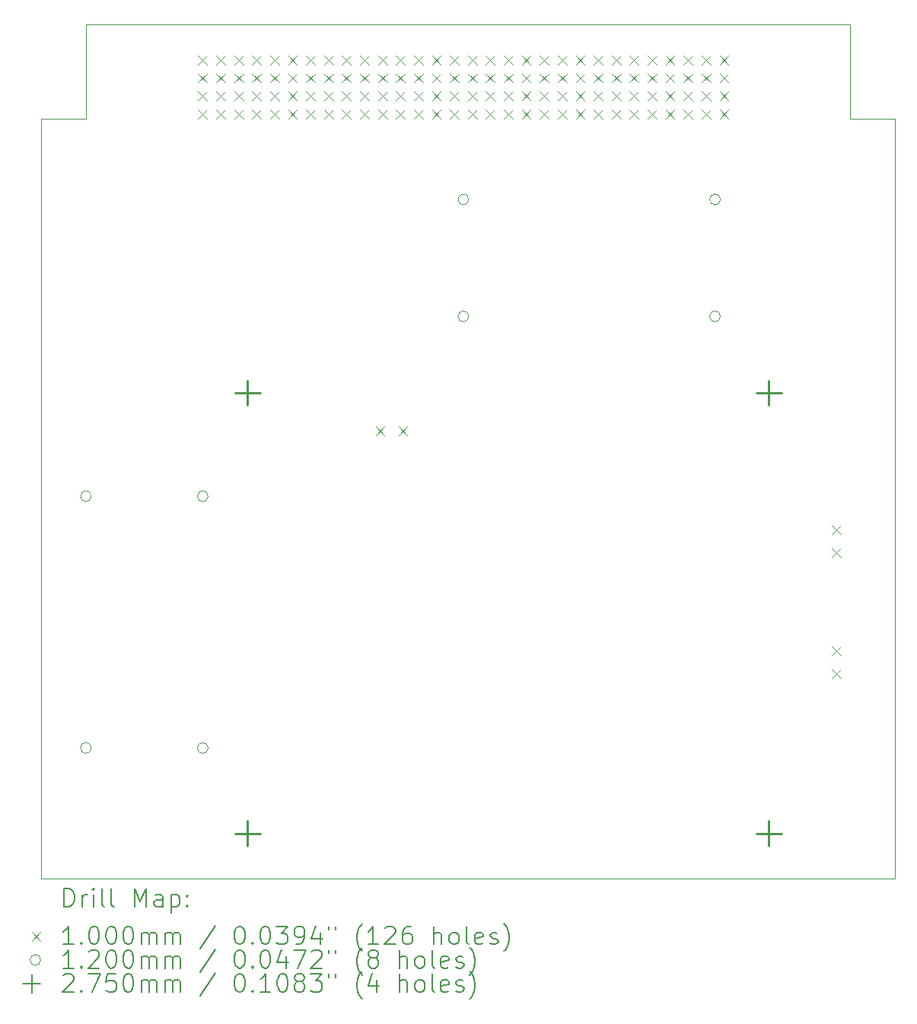
<source format=gbr>
%TF.GenerationSoftware,KiCad,Pcbnew,8.0.0*%
%TF.CreationDate,2025-01-17T03:21:50+02:00*%
%TF.ProjectId,diplomna_2024_solar_pcb_layout,6469706c-6f6d-46e6-915f-323032345f73,rev?*%
%TF.SameCoordinates,Original*%
%TF.FileFunction,Drillmap*%
%TF.FilePolarity,Positive*%
%FSLAX45Y45*%
G04 Gerber Fmt 4.5, Leading zero omitted, Abs format (unit mm)*
G04 Created by KiCad (PCBNEW 8.0.0) date 2025-01-17 03:21:50*
%MOMM*%
%LPD*%
G01*
G04 APERTURE LIST*
%ADD10C,0.050000*%
%ADD11C,0.200000*%
%ADD12C,0.100000*%
%ADD13C,0.120000*%
%ADD14C,0.275000*%
G04 APERTURE END LIST*
D10*
X27500000Y-15150000D02*
X18000000Y-15150000D01*
X18500000Y-6700000D02*
X18500000Y-5650000D01*
X18000000Y-15150000D02*
X18000000Y-6700000D01*
X18000000Y-6700000D02*
X18500000Y-6700000D01*
X18500000Y-5650000D02*
X27000000Y-5650000D01*
X27000000Y-5650000D02*
X27000000Y-6700000D01*
X27500000Y-6700000D02*
X27500000Y-15150000D01*
X27000000Y-6700000D02*
X27500000Y-6700000D01*
D11*
D12*
X19750000Y-6000000D02*
X19850000Y-6100000D01*
X19850000Y-6000000D02*
X19750000Y-6100000D01*
X19750000Y-6200000D02*
X19850000Y-6300000D01*
X19850000Y-6200000D02*
X19750000Y-6300000D01*
X19750000Y-6400000D02*
X19850000Y-6500000D01*
X19850000Y-6400000D02*
X19750000Y-6500000D01*
X19750000Y-6600000D02*
X19850000Y-6700000D01*
X19850000Y-6600000D02*
X19750000Y-6700000D01*
X19950000Y-6000000D02*
X20050000Y-6100000D01*
X20050000Y-6000000D02*
X19950000Y-6100000D01*
X19950000Y-6200000D02*
X20050000Y-6300000D01*
X20050000Y-6200000D02*
X19950000Y-6300000D01*
X19950000Y-6400000D02*
X20050000Y-6500000D01*
X20050000Y-6400000D02*
X19950000Y-6500000D01*
X19950000Y-6600000D02*
X20050000Y-6700000D01*
X20050000Y-6600000D02*
X19950000Y-6700000D01*
X20150000Y-6000000D02*
X20250000Y-6100000D01*
X20250000Y-6000000D02*
X20150000Y-6100000D01*
X20150000Y-6200000D02*
X20250000Y-6300000D01*
X20250000Y-6200000D02*
X20150000Y-6300000D01*
X20150000Y-6400000D02*
X20250000Y-6500000D01*
X20250000Y-6400000D02*
X20150000Y-6500000D01*
X20150000Y-6600000D02*
X20250000Y-6700000D01*
X20250000Y-6600000D02*
X20150000Y-6700000D01*
X20350000Y-6000000D02*
X20450000Y-6100000D01*
X20450000Y-6000000D02*
X20350000Y-6100000D01*
X20350000Y-6200000D02*
X20450000Y-6300000D01*
X20450000Y-6200000D02*
X20350000Y-6300000D01*
X20350000Y-6400000D02*
X20450000Y-6500000D01*
X20450000Y-6400000D02*
X20350000Y-6500000D01*
X20350000Y-6600000D02*
X20450000Y-6700000D01*
X20450000Y-6600000D02*
X20350000Y-6700000D01*
X20550000Y-6000000D02*
X20650000Y-6100000D01*
X20650000Y-6000000D02*
X20550000Y-6100000D01*
X20550000Y-6200000D02*
X20650000Y-6300000D01*
X20650000Y-6200000D02*
X20550000Y-6300000D01*
X20550000Y-6400000D02*
X20650000Y-6500000D01*
X20650000Y-6400000D02*
X20550000Y-6500000D01*
X20550000Y-6600000D02*
X20650000Y-6700000D01*
X20650000Y-6600000D02*
X20550000Y-6700000D01*
X20750000Y-6000000D02*
X20850000Y-6100000D01*
X20850000Y-6000000D02*
X20750000Y-6100000D01*
X20750000Y-6200000D02*
X20850000Y-6300000D01*
X20850000Y-6200000D02*
X20750000Y-6300000D01*
X20750000Y-6400000D02*
X20850000Y-6500000D01*
X20850000Y-6400000D02*
X20750000Y-6500000D01*
X20750000Y-6600000D02*
X20850000Y-6700000D01*
X20850000Y-6600000D02*
X20750000Y-6700000D01*
X20950000Y-6000000D02*
X21050000Y-6100000D01*
X21050000Y-6000000D02*
X20950000Y-6100000D01*
X20950000Y-6200000D02*
X21050000Y-6300000D01*
X21050000Y-6200000D02*
X20950000Y-6300000D01*
X20950000Y-6400000D02*
X21050000Y-6500000D01*
X21050000Y-6400000D02*
X20950000Y-6500000D01*
X20950000Y-6600000D02*
X21050000Y-6700000D01*
X21050000Y-6600000D02*
X20950000Y-6700000D01*
X21150000Y-6000000D02*
X21250000Y-6100000D01*
X21250000Y-6000000D02*
X21150000Y-6100000D01*
X21150000Y-6200000D02*
X21250000Y-6300000D01*
X21250000Y-6200000D02*
X21150000Y-6300000D01*
X21150000Y-6400000D02*
X21250000Y-6500000D01*
X21250000Y-6400000D02*
X21150000Y-6500000D01*
X21150000Y-6600000D02*
X21250000Y-6700000D01*
X21250000Y-6600000D02*
X21150000Y-6700000D01*
X21350000Y-6000000D02*
X21450000Y-6100000D01*
X21450000Y-6000000D02*
X21350000Y-6100000D01*
X21350000Y-6200000D02*
X21450000Y-6300000D01*
X21450000Y-6200000D02*
X21350000Y-6300000D01*
X21350000Y-6400000D02*
X21450000Y-6500000D01*
X21450000Y-6400000D02*
X21350000Y-6500000D01*
X21350000Y-6600000D02*
X21450000Y-6700000D01*
X21450000Y-6600000D02*
X21350000Y-6700000D01*
X21550000Y-6000000D02*
X21650000Y-6100000D01*
X21650000Y-6000000D02*
X21550000Y-6100000D01*
X21550000Y-6200000D02*
X21650000Y-6300000D01*
X21650000Y-6200000D02*
X21550000Y-6300000D01*
X21550000Y-6400000D02*
X21650000Y-6500000D01*
X21650000Y-6400000D02*
X21550000Y-6500000D01*
X21550000Y-6600000D02*
X21650000Y-6700000D01*
X21650000Y-6600000D02*
X21550000Y-6700000D01*
X21723500Y-10122500D02*
X21823500Y-10222500D01*
X21823500Y-10122500D02*
X21723500Y-10222500D01*
X21750000Y-6000000D02*
X21850000Y-6100000D01*
X21850000Y-6000000D02*
X21750000Y-6100000D01*
X21750000Y-6200000D02*
X21850000Y-6300000D01*
X21850000Y-6200000D02*
X21750000Y-6300000D01*
X21750000Y-6400000D02*
X21850000Y-6500000D01*
X21850000Y-6400000D02*
X21750000Y-6500000D01*
X21750000Y-6600000D02*
X21850000Y-6700000D01*
X21850000Y-6600000D02*
X21750000Y-6700000D01*
X21950000Y-6000000D02*
X22050000Y-6100000D01*
X22050000Y-6000000D02*
X21950000Y-6100000D01*
X21950000Y-6200000D02*
X22050000Y-6300000D01*
X22050000Y-6200000D02*
X21950000Y-6300000D01*
X21950000Y-6400000D02*
X22050000Y-6500000D01*
X22050000Y-6400000D02*
X21950000Y-6500000D01*
X21950000Y-6600000D02*
X22050000Y-6700000D01*
X22050000Y-6600000D02*
X21950000Y-6700000D01*
X21977500Y-10122500D02*
X22077500Y-10222500D01*
X22077500Y-10122500D02*
X21977500Y-10222500D01*
X22150000Y-6000000D02*
X22250000Y-6100000D01*
X22250000Y-6000000D02*
X22150000Y-6100000D01*
X22150000Y-6200000D02*
X22250000Y-6300000D01*
X22250000Y-6200000D02*
X22150000Y-6300000D01*
X22150000Y-6400000D02*
X22250000Y-6500000D01*
X22250000Y-6400000D02*
X22150000Y-6500000D01*
X22150000Y-6600000D02*
X22250000Y-6700000D01*
X22250000Y-6600000D02*
X22150000Y-6700000D01*
X22350000Y-6000000D02*
X22450000Y-6100000D01*
X22450000Y-6000000D02*
X22350000Y-6100000D01*
X22350000Y-6200000D02*
X22450000Y-6300000D01*
X22450000Y-6200000D02*
X22350000Y-6300000D01*
X22350000Y-6400000D02*
X22450000Y-6500000D01*
X22450000Y-6400000D02*
X22350000Y-6500000D01*
X22350000Y-6600000D02*
X22450000Y-6700000D01*
X22450000Y-6600000D02*
X22350000Y-6700000D01*
X22550000Y-6000000D02*
X22650000Y-6100000D01*
X22650000Y-6000000D02*
X22550000Y-6100000D01*
X22550000Y-6200000D02*
X22650000Y-6300000D01*
X22650000Y-6200000D02*
X22550000Y-6300000D01*
X22550000Y-6400000D02*
X22650000Y-6500000D01*
X22650000Y-6400000D02*
X22550000Y-6500000D01*
X22550000Y-6600000D02*
X22650000Y-6700000D01*
X22650000Y-6600000D02*
X22550000Y-6700000D01*
X22750000Y-6000000D02*
X22850000Y-6100000D01*
X22850000Y-6000000D02*
X22750000Y-6100000D01*
X22750000Y-6200000D02*
X22850000Y-6300000D01*
X22850000Y-6200000D02*
X22750000Y-6300000D01*
X22750000Y-6400000D02*
X22850000Y-6500000D01*
X22850000Y-6400000D02*
X22750000Y-6500000D01*
X22750000Y-6600000D02*
X22850000Y-6700000D01*
X22850000Y-6600000D02*
X22750000Y-6700000D01*
X22950000Y-6000000D02*
X23050000Y-6100000D01*
X23050000Y-6000000D02*
X22950000Y-6100000D01*
X22950000Y-6200000D02*
X23050000Y-6300000D01*
X23050000Y-6200000D02*
X22950000Y-6300000D01*
X22950000Y-6400000D02*
X23050000Y-6500000D01*
X23050000Y-6400000D02*
X22950000Y-6500000D01*
X22950000Y-6600000D02*
X23050000Y-6700000D01*
X23050000Y-6600000D02*
X22950000Y-6700000D01*
X23150000Y-6000000D02*
X23250000Y-6100000D01*
X23250000Y-6000000D02*
X23150000Y-6100000D01*
X23150000Y-6200000D02*
X23250000Y-6300000D01*
X23250000Y-6200000D02*
X23150000Y-6300000D01*
X23150000Y-6400000D02*
X23250000Y-6500000D01*
X23250000Y-6400000D02*
X23150000Y-6500000D01*
X23150000Y-6600000D02*
X23250000Y-6700000D01*
X23250000Y-6600000D02*
X23150000Y-6700000D01*
X23350000Y-6000000D02*
X23450000Y-6100000D01*
X23450000Y-6000000D02*
X23350000Y-6100000D01*
X23350000Y-6200000D02*
X23450000Y-6300000D01*
X23450000Y-6200000D02*
X23350000Y-6300000D01*
X23350000Y-6400000D02*
X23450000Y-6500000D01*
X23450000Y-6400000D02*
X23350000Y-6500000D01*
X23350000Y-6600000D02*
X23450000Y-6700000D01*
X23450000Y-6600000D02*
X23350000Y-6700000D01*
X23550000Y-6000000D02*
X23650000Y-6100000D01*
X23650000Y-6000000D02*
X23550000Y-6100000D01*
X23550000Y-6200000D02*
X23650000Y-6300000D01*
X23650000Y-6200000D02*
X23550000Y-6300000D01*
X23550000Y-6400000D02*
X23650000Y-6500000D01*
X23650000Y-6400000D02*
X23550000Y-6500000D01*
X23550000Y-6600000D02*
X23650000Y-6700000D01*
X23650000Y-6600000D02*
X23550000Y-6700000D01*
X23750000Y-6000000D02*
X23850000Y-6100000D01*
X23850000Y-6000000D02*
X23750000Y-6100000D01*
X23750000Y-6200000D02*
X23850000Y-6300000D01*
X23850000Y-6200000D02*
X23750000Y-6300000D01*
X23750000Y-6400000D02*
X23850000Y-6500000D01*
X23850000Y-6400000D02*
X23750000Y-6500000D01*
X23750000Y-6600000D02*
X23850000Y-6700000D01*
X23850000Y-6600000D02*
X23750000Y-6700000D01*
X23950000Y-6000000D02*
X24050000Y-6100000D01*
X24050000Y-6000000D02*
X23950000Y-6100000D01*
X23950000Y-6200000D02*
X24050000Y-6300000D01*
X24050000Y-6200000D02*
X23950000Y-6300000D01*
X23950000Y-6400000D02*
X24050000Y-6500000D01*
X24050000Y-6400000D02*
X23950000Y-6500000D01*
X23950000Y-6600000D02*
X24050000Y-6700000D01*
X24050000Y-6600000D02*
X23950000Y-6700000D01*
X24150000Y-6000000D02*
X24250000Y-6100000D01*
X24250000Y-6000000D02*
X24150000Y-6100000D01*
X24150000Y-6200000D02*
X24250000Y-6300000D01*
X24250000Y-6200000D02*
X24150000Y-6300000D01*
X24150000Y-6400000D02*
X24250000Y-6500000D01*
X24250000Y-6400000D02*
X24150000Y-6500000D01*
X24150000Y-6600000D02*
X24250000Y-6700000D01*
X24250000Y-6600000D02*
X24150000Y-6700000D01*
X24350000Y-6000000D02*
X24450000Y-6100000D01*
X24450000Y-6000000D02*
X24350000Y-6100000D01*
X24350000Y-6200000D02*
X24450000Y-6300000D01*
X24450000Y-6200000D02*
X24350000Y-6300000D01*
X24350000Y-6400000D02*
X24450000Y-6500000D01*
X24450000Y-6400000D02*
X24350000Y-6500000D01*
X24350000Y-6600000D02*
X24450000Y-6700000D01*
X24450000Y-6600000D02*
X24350000Y-6700000D01*
X24550000Y-6000000D02*
X24650000Y-6100000D01*
X24650000Y-6000000D02*
X24550000Y-6100000D01*
X24550000Y-6200000D02*
X24650000Y-6300000D01*
X24650000Y-6200000D02*
X24550000Y-6300000D01*
X24550000Y-6400000D02*
X24650000Y-6500000D01*
X24650000Y-6400000D02*
X24550000Y-6500000D01*
X24550000Y-6600000D02*
X24650000Y-6700000D01*
X24650000Y-6600000D02*
X24550000Y-6700000D01*
X24750000Y-6000000D02*
X24850000Y-6100000D01*
X24850000Y-6000000D02*
X24750000Y-6100000D01*
X24750000Y-6200000D02*
X24850000Y-6300000D01*
X24850000Y-6200000D02*
X24750000Y-6300000D01*
X24750000Y-6400000D02*
X24850000Y-6500000D01*
X24850000Y-6400000D02*
X24750000Y-6500000D01*
X24750000Y-6600000D02*
X24850000Y-6700000D01*
X24850000Y-6600000D02*
X24750000Y-6700000D01*
X24950000Y-6000000D02*
X25050000Y-6100000D01*
X25050000Y-6000000D02*
X24950000Y-6100000D01*
X24950000Y-6200000D02*
X25050000Y-6300000D01*
X25050000Y-6200000D02*
X24950000Y-6300000D01*
X24950000Y-6400000D02*
X25050000Y-6500000D01*
X25050000Y-6400000D02*
X24950000Y-6500000D01*
X24950000Y-6600000D02*
X25050000Y-6700000D01*
X25050000Y-6600000D02*
X24950000Y-6700000D01*
X25150000Y-6000000D02*
X25250000Y-6100000D01*
X25250000Y-6000000D02*
X25150000Y-6100000D01*
X25150000Y-6200000D02*
X25250000Y-6300000D01*
X25250000Y-6200000D02*
X25150000Y-6300000D01*
X25150000Y-6400000D02*
X25250000Y-6500000D01*
X25250000Y-6400000D02*
X25150000Y-6500000D01*
X25150000Y-6600000D02*
X25250000Y-6700000D01*
X25250000Y-6600000D02*
X25150000Y-6700000D01*
X25350000Y-6000000D02*
X25450000Y-6100000D01*
X25450000Y-6000000D02*
X25350000Y-6100000D01*
X25350000Y-6200000D02*
X25450000Y-6300000D01*
X25450000Y-6200000D02*
X25350000Y-6300000D01*
X25350000Y-6400000D02*
X25450000Y-6500000D01*
X25450000Y-6400000D02*
X25350000Y-6500000D01*
X25350000Y-6600000D02*
X25450000Y-6700000D01*
X25450000Y-6600000D02*
X25350000Y-6700000D01*
X25550000Y-6000000D02*
X25650000Y-6100000D01*
X25650000Y-6000000D02*
X25550000Y-6100000D01*
X25550000Y-6200000D02*
X25650000Y-6300000D01*
X25650000Y-6200000D02*
X25550000Y-6300000D01*
X25550000Y-6400000D02*
X25650000Y-6500000D01*
X25650000Y-6400000D02*
X25550000Y-6500000D01*
X25550000Y-6600000D02*
X25650000Y-6700000D01*
X25650000Y-6600000D02*
X25550000Y-6700000D01*
X26800000Y-11222500D02*
X26900000Y-11322500D01*
X26900000Y-11222500D02*
X26800000Y-11322500D01*
X26800000Y-11476500D02*
X26900000Y-11576500D01*
X26900000Y-11476500D02*
X26800000Y-11576500D01*
X26800000Y-12572500D02*
X26900000Y-12672500D01*
X26900000Y-12572500D02*
X26800000Y-12672500D01*
X26800000Y-12826500D02*
X26900000Y-12926500D01*
X26900000Y-12826500D02*
X26800000Y-12926500D01*
D13*
X18560000Y-10900000D02*
G75*
G02*
X18440000Y-10900000I-60000J0D01*
G01*
X18440000Y-10900000D02*
G75*
G02*
X18560000Y-10900000I60000J0D01*
G01*
X18560000Y-13700000D02*
G75*
G02*
X18440000Y-13700000I-60000J0D01*
G01*
X18440000Y-13700000D02*
G75*
G02*
X18560000Y-13700000I60000J0D01*
G01*
X19860000Y-10900000D02*
G75*
G02*
X19740000Y-10900000I-60000J0D01*
G01*
X19740000Y-10900000D02*
G75*
G02*
X19860000Y-10900000I60000J0D01*
G01*
X19860000Y-13700000D02*
G75*
G02*
X19740000Y-13700000I-60000J0D01*
G01*
X19740000Y-13700000D02*
G75*
G02*
X19860000Y-13700000I60000J0D01*
G01*
X22760000Y-7600000D02*
G75*
G02*
X22640000Y-7600000I-60000J0D01*
G01*
X22640000Y-7600000D02*
G75*
G02*
X22760000Y-7600000I60000J0D01*
G01*
X22760000Y-8900000D02*
G75*
G02*
X22640000Y-8900000I-60000J0D01*
G01*
X22640000Y-8900000D02*
G75*
G02*
X22760000Y-8900000I60000J0D01*
G01*
X25560000Y-7600000D02*
G75*
G02*
X25440000Y-7600000I-60000J0D01*
G01*
X25440000Y-7600000D02*
G75*
G02*
X25560000Y-7600000I60000J0D01*
G01*
X25560000Y-8900000D02*
G75*
G02*
X25440000Y-8900000I-60000J0D01*
G01*
X25440000Y-8900000D02*
G75*
G02*
X25560000Y-8900000I60000J0D01*
G01*
D14*
X20300000Y-9612500D02*
X20300000Y-9887500D01*
X20162500Y-9750000D02*
X20437500Y-9750000D01*
X20300000Y-14512500D02*
X20300000Y-14787500D01*
X20162500Y-14650000D02*
X20437500Y-14650000D01*
X26100000Y-9612500D02*
X26100000Y-9887500D01*
X25962500Y-9750000D02*
X26237500Y-9750000D01*
X26100000Y-14512500D02*
X26100000Y-14787500D01*
X25962500Y-14650000D02*
X26237500Y-14650000D01*
D11*
X18258277Y-15463984D02*
X18258277Y-15263984D01*
X18258277Y-15263984D02*
X18305896Y-15263984D01*
X18305896Y-15263984D02*
X18334467Y-15273508D01*
X18334467Y-15273508D02*
X18353515Y-15292555D01*
X18353515Y-15292555D02*
X18363039Y-15311603D01*
X18363039Y-15311603D02*
X18372563Y-15349698D01*
X18372563Y-15349698D02*
X18372563Y-15378269D01*
X18372563Y-15378269D02*
X18363039Y-15416365D01*
X18363039Y-15416365D02*
X18353515Y-15435412D01*
X18353515Y-15435412D02*
X18334467Y-15454460D01*
X18334467Y-15454460D02*
X18305896Y-15463984D01*
X18305896Y-15463984D02*
X18258277Y-15463984D01*
X18458277Y-15463984D02*
X18458277Y-15330650D01*
X18458277Y-15368746D02*
X18467801Y-15349698D01*
X18467801Y-15349698D02*
X18477324Y-15340174D01*
X18477324Y-15340174D02*
X18496372Y-15330650D01*
X18496372Y-15330650D02*
X18515420Y-15330650D01*
X18582086Y-15463984D02*
X18582086Y-15330650D01*
X18582086Y-15263984D02*
X18572563Y-15273508D01*
X18572563Y-15273508D02*
X18582086Y-15283031D01*
X18582086Y-15283031D02*
X18591610Y-15273508D01*
X18591610Y-15273508D02*
X18582086Y-15263984D01*
X18582086Y-15263984D02*
X18582086Y-15283031D01*
X18705896Y-15463984D02*
X18686848Y-15454460D01*
X18686848Y-15454460D02*
X18677324Y-15435412D01*
X18677324Y-15435412D02*
X18677324Y-15263984D01*
X18810658Y-15463984D02*
X18791610Y-15454460D01*
X18791610Y-15454460D02*
X18782086Y-15435412D01*
X18782086Y-15435412D02*
X18782086Y-15263984D01*
X19039229Y-15463984D02*
X19039229Y-15263984D01*
X19039229Y-15263984D02*
X19105896Y-15406841D01*
X19105896Y-15406841D02*
X19172563Y-15263984D01*
X19172563Y-15263984D02*
X19172563Y-15463984D01*
X19353515Y-15463984D02*
X19353515Y-15359222D01*
X19353515Y-15359222D02*
X19343991Y-15340174D01*
X19343991Y-15340174D02*
X19324944Y-15330650D01*
X19324944Y-15330650D02*
X19286848Y-15330650D01*
X19286848Y-15330650D02*
X19267801Y-15340174D01*
X19353515Y-15454460D02*
X19334467Y-15463984D01*
X19334467Y-15463984D02*
X19286848Y-15463984D01*
X19286848Y-15463984D02*
X19267801Y-15454460D01*
X19267801Y-15454460D02*
X19258277Y-15435412D01*
X19258277Y-15435412D02*
X19258277Y-15416365D01*
X19258277Y-15416365D02*
X19267801Y-15397317D01*
X19267801Y-15397317D02*
X19286848Y-15387793D01*
X19286848Y-15387793D02*
X19334467Y-15387793D01*
X19334467Y-15387793D02*
X19353515Y-15378269D01*
X19448753Y-15330650D02*
X19448753Y-15530650D01*
X19448753Y-15340174D02*
X19467801Y-15330650D01*
X19467801Y-15330650D02*
X19505896Y-15330650D01*
X19505896Y-15330650D02*
X19524944Y-15340174D01*
X19524944Y-15340174D02*
X19534467Y-15349698D01*
X19534467Y-15349698D02*
X19543991Y-15368746D01*
X19543991Y-15368746D02*
X19543991Y-15425888D01*
X19543991Y-15425888D02*
X19534467Y-15444936D01*
X19534467Y-15444936D02*
X19524944Y-15454460D01*
X19524944Y-15454460D02*
X19505896Y-15463984D01*
X19505896Y-15463984D02*
X19467801Y-15463984D01*
X19467801Y-15463984D02*
X19448753Y-15454460D01*
X19629705Y-15444936D02*
X19639229Y-15454460D01*
X19639229Y-15454460D02*
X19629705Y-15463984D01*
X19629705Y-15463984D02*
X19620182Y-15454460D01*
X19620182Y-15454460D02*
X19629705Y-15444936D01*
X19629705Y-15444936D02*
X19629705Y-15463984D01*
X19629705Y-15340174D02*
X19639229Y-15349698D01*
X19639229Y-15349698D02*
X19629705Y-15359222D01*
X19629705Y-15359222D02*
X19620182Y-15349698D01*
X19620182Y-15349698D02*
X19629705Y-15340174D01*
X19629705Y-15340174D02*
X19629705Y-15359222D01*
D12*
X17897500Y-15742500D02*
X17997500Y-15842500D01*
X17997500Y-15742500D02*
X17897500Y-15842500D01*
D11*
X18363039Y-15883984D02*
X18248753Y-15883984D01*
X18305896Y-15883984D02*
X18305896Y-15683984D01*
X18305896Y-15683984D02*
X18286848Y-15712555D01*
X18286848Y-15712555D02*
X18267801Y-15731603D01*
X18267801Y-15731603D02*
X18248753Y-15741127D01*
X18448753Y-15864936D02*
X18458277Y-15874460D01*
X18458277Y-15874460D02*
X18448753Y-15883984D01*
X18448753Y-15883984D02*
X18439229Y-15874460D01*
X18439229Y-15874460D02*
X18448753Y-15864936D01*
X18448753Y-15864936D02*
X18448753Y-15883984D01*
X18582086Y-15683984D02*
X18601134Y-15683984D01*
X18601134Y-15683984D02*
X18620182Y-15693508D01*
X18620182Y-15693508D02*
X18629705Y-15703031D01*
X18629705Y-15703031D02*
X18639229Y-15722079D01*
X18639229Y-15722079D02*
X18648753Y-15760174D01*
X18648753Y-15760174D02*
X18648753Y-15807793D01*
X18648753Y-15807793D02*
X18639229Y-15845888D01*
X18639229Y-15845888D02*
X18629705Y-15864936D01*
X18629705Y-15864936D02*
X18620182Y-15874460D01*
X18620182Y-15874460D02*
X18601134Y-15883984D01*
X18601134Y-15883984D02*
X18582086Y-15883984D01*
X18582086Y-15883984D02*
X18563039Y-15874460D01*
X18563039Y-15874460D02*
X18553515Y-15864936D01*
X18553515Y-15864936D02*
X18543991Y-15845888D01*
X18543991Y-15845888D02*
X18534467Y-15807793D01*
X18534467Y-15807793D02*
X18534467Y-15760174D01*
X18534467Y-15760174D02*
X18543991Y-15722079D01*
X18543991Y-15722079D02*
X18553515Y-15703031D01*
X18553515Y-15703031D02*
X18563039Y-15693508D01*
X18563039Y-15693508D02*
X18582086Y-15683984D01*
X18772563Y-15683984D02*
X18791610Y-15683984D01*
X18791610Y-15683984D02*
X18810658Y-15693508D01*
X18810658Y-15693508D02*
X18820182Y-15703031D01*
X18820182Y-15703031D02*
X18829705Y-15722079D01*
X18829705Y-15722079D02*
X18839229Y-15760174D01*
X18839229Y-15760174D02*
X18839229Y-15807793D01*
X18839229Y-15807793D02*
X18829705Y-15845888D01*
X18829705Y-15845888D02*
X18820182Y-15864936D01*
X18820182Y-15864936D02*
X18810658Y-15874460D01*
X18810658Y-15874460D02*
X18791610Y-15883984D01*
X18791610Y-15883984D02*
X18772563Y-15883984D01*
X18772563Y-15883984D02*
X18753515Y-15874460D01*
X18753515Y-15874460D02*
X18743991Y-15864936D01*
X18743991Y-15864936D02*
X18734467Y-15845888D01*
X18734467Y-15845888D02*
X18724944Y-15807793D01*
X18724944Y-15807793D02*
X18724944Y-15760174D01*
X18724944Y-15760174D02*
X18734467Y-15722079D01*
X18734467Y-15722079D02*
X18743991Y-15703031D01*
X18743991Y-15703031D02*
X18753515Y-15693508D01*
X18753515Y-15693508D02*
X18772563Y-15683984D01*
X18963039Y-15683984D02*
X18982086Y-15683984D01*
X18982086Y-15683984D02*
X19001134Y-15693508D01*
X19001134Y-15693508D02*
X19010658Y-15703031D01*
X19010658Y-15703031D02*
X19020182Y-15722079D01*
X19020182Y-15722079D02*
X19029705Y-15760174D01*
X19029705Y-15760174D02*
X19029705Y-15807793D01*
X19029705Y-15807793D02*
X19020182Y-15845888D01*
X19020182Y-15845888D02*
X19010658Y-15864936D01*
X19010658Y-15864936D02*
X19001134Y-15874460D01*
X19001134Y-15874460D02*
X18982086Y-15883984D01*
X18982086Y-15883984D02*
X18963039Y-15883984D01*
X18963039Y-15883984D02*
X18943991Y-15874460D01*
X18943991Y-15874460D02*
X18934467Y-15864936D01*
X18934467Y-15864936D02*
X18924944Y-15845888D01*
X18924944Y-15845888D02*
X18915420Y-15807793D01*
X18915420Y-15807793D02*
X18915420Y-15760174D01*
X18915420Y-15760174D02*
X18924944Y-15722079D01*
X18924944Y-15722079D02*
X18934467Y-15703031D01*
X18934467Y-15703031D02*
X18943991Y-15693508D01*
X18943991Y-15693508D02*
X18963039Y-15683984D01*
X19115420Y-15883984D02*
X19115420Y-15750650D01*
X19115420Y-15769698D02*
X19124944Y-15760174D01*
X19124944Y-15760174D02*
X19143991Y-15750650D01*
X19143991Y-15750650D02*
X19172563Y-15750650D01*
X19172563Y-15750650D02*
X19191610Y-15760174D01*
X19191610Y-15760174D02*
X19201134Y-15779222D01*
X19201134Y-15779222D02*
X19201134Y-15883984D01*
X19201134Y-15779222D02*
X19210658Y-15760174D01*
X19210658Y-15760174D02*
X19229705Y-15750650D01*
X19229705Y-15750650D02*
X19258277Y-15750650D01*
X19258277Y-15750650D02*
X19277325Y-15760174D01*
X19277325Y-15760174D02*
X19286848Y-15779222D01*
X19286848Y-15779222D02*
X19286848Y-15883984D01*
X19382086Y-15883984D02*
X19382086Y-15750650D01*
X19382086Y-15769698D02*
X19391610Y-15760174D01*
X19391610Y-15760174D02*
X19410658Y-15750650D01*
X19410658Y-15750650D02*
X19439229Y-15750650D01*
X19439229Y-15750650D02*
X19458277Y-15760174D01*
X19458277Y-15760174D02*
X19467801Y-15779222D01*
X19467801Y-15779222D02*
X19467801Y-15883984D01*
X19467801Y-15779222D02*
X19477325Y-15760174D01*
X19477325Y-15760174D02*
X19496372Y-15750650D01*
X19496372Y-15750650D02*
X19524944Y-15750650D01*
X19524944Y-15750650D02*
X19543991Y-15760174D01*
X19543991Y-15760174D02*
X19553515Y-15779222D01*
X19553515Y-15779222D02*
X19553515Y-15883984D01*
X19943991Y-15674460D02*
X19772563Y-15931603D01*
X20201134Y-15683984D02*
X20220182Y-15683984D01*
X20220182Y-15683984D02*
X20239229Y-15693508D01*
X20239229Y-15693508D02*
X20248753Y-15703031D01*
X20248753Y-15703031D02*
X20258277Y-15722079D01*
X20258277Y-15722079D02*
X20267801Y-15760174D01*
X20267801Y-15760174D02*
X20267801Y-15807793D01*
X20267801Y-15807793D02*
X20258277Y-15845888D01*
X20258277Y-15845888D02*
X20248753Y-15864936D01*
X20248753Y-15864936D02*
X20239229Y-15874460D01*
X20239229Y-15874460D02*
X20220182Y-15883984D01*
X20220182Y-15883984D02*
X20201134Y-15883984D01*
X20201134Y-15883984D02*
X20182087Y-15874460D01*
X20182087Y-15874460D02*
X20172563Y-15864936D01*
X20172563Y-15864936D02*
X20163039Y-15845888D01*
X20163039Y-15845888D02*
X20153515Y-15807793D01*
X20153515Y-15807793D02*
X20153515Y-15760174D01*
X20153515Y-15760174D02*
X20163039Y-15722079D01*
X20163039Y-15722079D02*
X20172563Y-15703031D01*
X20172563Y-15703031D02*
X20182087Y-15693508D01*
X20182087Y-15693508D02*
X20201134Y-15683984D01*
X20353515Y-15864936D02*
X20363039Y-15874460D01*
X20363039Y-15874460D02*
X20353515Y-15883984D01*
X20353515Y-15883984D02*
X20343991Y-15874460D01*
X20343991Y-15874460D02*
X20353515Y-15864936D01*
X20353515Y-15864936D02*
X20353515Y-15883984D01*
X20486848Y-15683984D02*
X20505896Y-15683984D01*
X20505896Y-15683984D02*
X20524944Y-15693508D01*
X20524944Y-15693508D02*
X20534468Y-15703031D01*
X20534468Y-15703031D02*
X20543991Y-15722079D01*
X20543991Y-15722079D02*
X20553515Y-15760174D01*
X20553515Y-15760174D02*
X20553515Y-15807793D01*
X20553515Y-15807793D02*
X20543991Y-15845888D01*
X20543991Y-15845888D02*
X20534468Y-15864936D01*
X20534468Y-15864936D02*
X20524944Y-15874460D01*
X20524944Y-15874460D02*
X20505896Y-15883984D01*
X20505896Y-15883984D02*
X20486848Y-15883984D01*
X20486848Y-15883984D02*
X20467801Y-15874460D01*
X20467801Y-15874460D02*
X20458277Y-15864936D01*
X20458277Y-15864936D02*
X20448753Y-15845888D01*
X20448753Y-15845888D02*
X20439229Y-15807793D01*
X20439229Y-15807793D02*
X20439229Y-15760174D01*
X20439229Y-15760174D02*
X20448753Y-15722079D01*
X20448753Y-15722079D02*
X20458277Y-15703031D01*
X20458277Y-15703031D02*
X20467801Y-15693508D01*
X20467801Y-15693508D02*
X20486848Y-15683984D01*
X20620182Y-15683984D02*
X20743991Y-15683984D01*
X20743991Y-15683984D02*
X20677325Y-15760174D01*
X20677325Y-15760174D02*
X20705896Y-15760174D01*
X20705896Y-15760174D02*
X20724944Y-15769698D01*
X20724944Y-15769698D02*
X20734468Y-15779222D01*
X20734468Y-15779222D02*
X20743991Y-15798269D01*
X20743991Y-15798269D02*
X20743991Y-15845888D01*
X20743991Y-15845888D02*
X20734468Y-15864936D01*
X20734468Y-15864936D02*
X20724944Y-15874460D01*
X20724944Y-15874460D02*
X20705896Y-15883984D01*
X20705896Y-15883984D02*
X20648753Y-15883984D01*
X20648753Y-15883984D02*
X20629706Y-15874460D01*
X20629706Y-15874460D02*
X20620182Y-15864936D01*
X20839229Y-15883984D02*
X20877325Y-15883984D01*
X20877325Y-15883984D02*
X20896372Y-15874460D01*
X20896372Y-15874460D02*
X20905896Y-15864936D01*
X20905896Y-15864936D02*
X20924944Y-15836365D01*
X20924944Y-15836365D02*
X20934468Y-15798269D01*
X20934468Y-15798269D02*
X20934468Y-15722079D01*
X20934468Y-15722079D02*
X20924944Y-15703031D01*
X20924944Y-15703031D02*
X20915420Y-15693508D01*
X20915420Y-15693508D02*
X20896372Y-15683984D01*
X20896372Y-15683984D02*
X20858277Y-15683984D01*
X20858277Y-15683984D02*
X20839229Y-15693508D01*
X20839229Y-15693508D02*
X20829706Y-15703031D01*
X20829706Y-15703031D02*
X20820182Y-15722079D01*
X20820182Y-15722079D02*
X20820182Y-15769698D01*
X20820182Y-15769698D02*
X20829706Y-15788746D01*
X20829706Y-15788746D02*
X20839229Y-15798269D01*
X20839229Y-15798269D02*
X20858277Y-15807793D01*
X20858277Y-15807793D02*
X20896372Y-15807793D01*
X20896372Y-15807793D02*
X20915420Y-15798269D01*
X20915420Y-15798269D02*
X20924944Y-15788746D01*
X20924944Y-15788746D02*
X20934468Y-15769698D01*
X21105896Y-15750650D02*
X21105896Y-15883984D01*
X21058277Y-15674460D02*
X21010658Y-15817317D01*
X21010658Y-15817317D02*
X21134468Y-15817317D01*
X21201134Y-15683984D02*
X21201134Y-15722079D01*
X21277325Y-15683984D02*
X21277325Y-15722079D01*
X21572563Y-15960174D02*
X21563039Y-15950650D01*
X21563039Y-15950650D02*
X21543991Y-15922079D01*
X21543991Y-15922079D02*
X21534468Y-15903031D01*
X21534468Y-15903031D02*
X21524944Y-15874460D01*
X21524944Y-15874460D02*
X21515420Y-15826841D01*
X21515420Y-15826841D02*
X21515420Y-15788746D01*
X21515420Y-15788746D02*
X21524944Y-15741127D01*
X21524944Y-15741127D02*
X21534468Y-15712555D01*
X21534468Y-15712555D02*
X21543991Y-15693508D01*
X21543991Y-15693508D02*
X21563039Y-15664936D01*
X21563039Y-15664936D02*
X21572563Y-15655412D01*
X21753515Y-15883984D02*
X21639230Y-15883984D01*
X21696372Y-15883984D02*
X21696372Y-15683984D01*
X21696372Y-15683984D02*
X21677325Y-15712555D01*
X21677325Y-15712555D02*
X21658277Y-15731603D01*
X21658277Y-15731603D02*
X21639230Y-15741127D01*
X21829706Y-15703031D02*
X21839230Y-15693508D01*
X21839230Y-15693508D02*
X21858277Y-15683984D01*
X21858277Y-15683984D02*
X21905896Y-15683984D01*
X21905896Y-15683984D02*
X21924944Y-15693508D01*
X21924944Y-15693508D02*
X21934468Y-15703031D01*
X21934468Y-15703031D02*
X21943991Y-15722079D01*
X21943991Y-15722079D02*
X21943991Y-15741127D01*
X21943991Y-15741127D02*
X21934468Y-15769698D01*
X21934468Y-15769698D02*
X21820182Y-15883984D01*
X21820182Y-15883984D02*
X21943991Y-15883984D01*
X22115420Y-15683984D02*
X22077325Y-15683984D01*
X22077325Y-15683984D02*
X22058277Y-15693508D01*
X22058277Y-15693508D02*
X22048753Y-15703031D01*
X22048753Y-15703031D02*
X22029706Y-15731603D01*
X22029706Y-15731603D02*
X22020182Y-15769698D01*
X22020182Y-15769698D02*
X22020182Y-15845888D01*
X22020182Y-15845888D02*
X22029706Y-15864936D01*
X22029706Y-15864936D02*
X22039230Y-15874460D01*
X22039230Y-15874460D02*
X22058277Y-15883984D01*
X22058277Y-15883984D02*
X22096372Y-15883984D01*
X22096372Y-15883984D02*
X22115420Y-15874460D01*
X22115420Y-15874460D02*
X22124944Y-15864936D01*
X22124944Y-15864936D02*
X22134468Y-15845888D01*
X22134468Y-15845888D02*
X22134468Y-15798269D01*
X22134468Y-15798269D02*
X22124944Y-15779222D01*
X22124944Y-15779222D02*
X22115420Y-15769698D01*
X22115420Y-15769698D02*
X22096372Y-15760174D01*
X22096372Y-15760174D02*
X22058277Y-15760174D01*
X22058277Y-15760174D02*
X22039230Y-15769698D01*
X22039230Y-15769698D02*
X22029706Y-15779222D01*
X22029706Y-15779222D02*
X22020182Y-15798269D01*
X22372563Y-15883984D02*
X22372563Y-15683984D01*
X22458277Y-15883984D02*
X22458277Y-15779222D01*
X22458277Y-15779222D02*
X22448753Y-15760174D01*
X22448753Y-15760174D02*
X22429706Y-15750650D01*
X22429706Y-15750650D02*
X22401134Y-15750650D01*
X22401134Y-15750650D02*
X22382087Y-15760174D01*
X22382087Y-15760174D02*
X22372563Y-15769698D01*
X22582087Y-15883984D02*
X22563039Y-15874460D01*
X22563039Y-15874460D02*
X22553515Y-15864936D01*
X22553515Y-15864936D02*
X22543991Y-15845888D01*
X22543991Y-15845888D02*
X22543991Y-15788746D01*
X22543991Y-15788746D02*
X22553515Y-15769698D01*
X22553515Y-15769698D02*
X22563039Y-15760174D01*
X22563039Y-15760174D02*
X22582087Y-15750650D01*
X22582087Y-15750650D02*
X22610658Y-15750650D01*
X22610658Y-15750650D02*
X22629706Y-15760174D01*
X22629706Y-15760174D02*
X22639230Y-15769698D01*
X22639230Y-15769698D02*
X22648753Y-15788746D01*
X22648753Y-15788746D02*
X22648753Y-15845888D01*
X22648753Y-15845888D02*
X22639230Y-15864936D01*
X22639230Y-15864936D02*
X22629706Y-15874460D01*
X22629706Y-15874460D02*
X22610658Y-15883984D01*
X22610658Y-15883984D02*
X22582087Y-15883984D01*
X22763039Y-15883984D02*
X22743991Y-15874460D01*
X22743991Y-15874460D02*
X22734468Y-15855412D01*
X22734468Y-15855412D02*
X22734468Y-15683984D01*
X22915420Y-15874460D02*
X22896372Y-15883984D01*
X22896372Y-15883984D02*
X22858277Y-15883984D01*
X22858277Y-15883984D02*
X22839230Y-15874460D01*
X22839230Y-15874460D02*
X22829706Y-15855412D01*
X22829706Y-15855412D02*
X22829706Y-15779222D01*
X22829706Y-15779222D02*
X22839230Y-15760174D01*
X22839230Y-15760174D02*
X22858277Y-15750650D01*
X22858277Y-15750650D02*
X22896372Y-15750650D01*
X22896372Y-15750650D02*
X22915420Y-15760174D01*
X22915420Y-15760174D02*
X22924944Y-15779222D01*
X22924944Y-15779222D02*
X22924944Y-15798269D01*
X22924944Y-15798269D02*
X22829706Y-15817317D01*
X23001134Y-15874460D02*
X23020182Y-15883984D01*
X23020182Y-15883984D02*
X23058277Y-15883984D01*
X23058277Y-15883984D02*
X23077325Y-15874460D01*
X23077325Y-15874460D02*
X23086849Y-15855412D01*
X23086849Y-15855412D02*
X23086849Y-15845888D01*
X23086849Y-15845888D02*
X23077325Y-15826841D01*
X23077325Y-15826841D02*
X23058277Y-15817317D01*
X23058277Y-15817317D02*
X23029706Y-15817317D01*
X23029706Y-15817317D02*
X23010658Y-15807793D01*
X23010658Y-15807793D02*
X23001134Y-15788746D01*
X23001134Y-15788746D02*
X23001134Y-15779222D01*
X23001134Y-15779222D02*
X23010658Y-15760174D01*
X23010658Y-15760174D02*
X23029706Y-15750650D01*
X23029706Y-15750650D02*
X23058277Y-15750650D01*
X23058277Y-15750650D02*
X23077325Y-15760174D01*
X23153515Y-15960174D02*
X23163039Y-15950650D01*
X23163039Y-15950650D02*
X23182087Y-15922079D01*
X23182087Y-15922079D02*
X23191611Y-15903031D01*
X23191611Y-15903031D02*
X23201134Y-15874460D01*
X23201134Y-15874460D02*
X23210658Y-15826841D01*
X23210658Y-15826841D02*
X23210658Y-15788746D01*
X23210658Y-15788746D02*
X23201134Y-15741127D01*
X23201134Y-15741127D02*
X23191611Y-15712555D01*
X23191611Y-15712555D02*
X23182087Y-15693508D01*
X23182087Y-15693508D02*
X23163039Y-15664936D01*
X23163039Y-15664936D02*
X23153515Y-15655412D01*
D13*
X17997500Y-16056500D02*
G75*
G02*
X17877500Y-16056500I-60000J0D01*
G01*
X17877500Y-16056500D02*
G75*
G02*
X17997500Y-16056500I60000J0D01*
G01*
D11*
X18363039Y-16147984D02*
X18248753Y-16147984D01*
X18305896Y-16147984D02*
X18305896Y-15947984D01*
X18305896Y-15947984D02*
X18286848Y-15976555D01*
X18286848Y-15976555D02*
X18267801Y-15995603D01*
X18267801Y-15995603D02*
X18248753Y-16005127D01*
X18448753Y-16128936D02*
X18458277Y-16138460D01*
X18458277Y-16138460D02*
X18448753Y-16147984D01*
X18448753Y-16147984D02*
X18439229Y-16138460D01*
X18439229Y-16138460D02*
X18448753Y-16128936D01*
X18448753Y-16128936D02*
X18448753Y-16147984D01*
X18534467Y-15967031D02*
X18543991Y-15957508D01*
X18543991Y-15957508D02*
X18563039Y-15947984D01*
X18563039Y-15947984D02*
X18610658Y-15947984D01*
X18610658Y-15947984D02*
X18629705Y-15957508D01*
X18629705Y-15957508D02*
X18639229Y-15967031D01*
X18639229Y-15967031D02*
X18648753Y-15986079D01*
X18648753Y-15986079D02*
X18648753Y-16005127D01*
X18648753Y-16005127D02*
X18639229Y-16033698D01*
X18639229Y-16033698D02*
X18524944Y-16147984D01*
X18524944Y-16147984D02*
X18648753Y-16147984D01*
X18772563Y-15947984D02*
X18791610Y-15947984D01*
X18791610Y-15947984D02*
X18810658Y-15957508D01*
X18810658Y-15957508D02*
X18820182Y-15967031D01*
X18820182Y-15967031D02*
X18829705Y-15986079D01*
X18829705Y-15986079D02*
X18839229Y-16024174D01*
X18839229Y-16024174D02*
X18839229Y-16071793D01*
X18839229Y-16071793D02*
X18829705Y-16109888D01*
X18829705Y-16109888D02*
X18820182Y-16128936D01*
X18820182Y-16128936D02*
X18810658Y-16138460D01*
X18810658Y-16138460D02*
X18791610Y-16147984D01*
X18791610Y-16147984D02*
X18772563Y-16147984D01*
X18772563Y-16147984D02*
X18753515Y-16138460D01*
X18753515Y-16138460D02*
X18743991Y-16128936D01*
X18743991Y-16128936D02*
X18734467Y-16109888D01*
X18734467Y-16109888D02*
X18724944Y-16071793D01*
X18724944Y-16071793D02*
X18724944Y-16024174D01*
X18724944Y-16024174D02*
X18734467Y-15986079D01*
X18734467Y-15986079D02*
X18743991Y-15967031D01*
X18743991Y-15967031D02*
X18753515Y-15957508D01*
X18753515Y-15957508D02*
X18772563Y-15947984D01*
X18963039Y-15947984D02*
X18982086Y-15947984D01*
X18982086Y-15947984D02*
X19001134Y-15957508D01*
X19001134Y-15957508D02*
X19010658Y-15967031D01*
X19010658Y-15967031D02*
X19020182Y-15986079D01*
X19020182Y-15986079D02*
X19029705Y-16024174D01*
X19029705Y-16024174D02*
X19029705Y-16071793D01*
X19029705Y-16071793D02*
X19020182Y-16109888D01*
X19020182Y-16109888D02*
X19010658Y-16128936D01*
X19010658Y-16128936D02*
X19001134Y-16138460D01*
X19001134Y-16138460D02*
X18982086Y-16147984D01*
X18982086Y-16147984D02*
X18963039Y-16147984D01*
X18963039Y-16147984D02*
X18943991Y-16138460D01*
X18943991Y-16138460D02*
X18934467Y-16128936D01*
X18934467Y-16128936D02*
X18924944Y-16109888D01*
X18924944Y-16109888D02*
X18915420Y-16071793D01*
X18915420Y-16071793D02*
X18915420Y-16024174D01*
X18915420Y-16024174D02*
X18924944Y-15986079D01*
X18924944Y-15986079D02*
X18934467Y-15967031D01*
X18934467Y-15967031D02*
X18943991Y-15957508D01*
X18943991Y-15957508D02*
X18963039Y-15947984D01*
X19115420Y-16147984D02*
X19115420Y-16014650D01*
X19115420Y-16033698D02*
X19124944Y-16024174D01*
X19124944Y-16024174D02*
X19143991Y-16014650D01*
X19143991Y-16014650D02*
X19172563Y-16014650D01*
X19172563Y-16014650D02*
X19191610Y-16024174D01*
X19191610Y-16024174D02*
X19201134Y-16043222D01*
X19201134Y-16043222D02*
X19201134Y-16147984D01*
X19201134Y-16043222D02*
X19210658Y-16024174D01*
X19210658Y-16024174D02*
X19229705Y-16014650D01*
X19229705Y-16014650D02*
X19258277Y-16014650D01*
X19258277Y-16014650D02*
X19277325Y-16024174D01*
X19277325Y-16024174D02*
X19286848Y-16043222D01*
X19286848Y-16043222D02*
X19286848Y-16147984D01*
X19382086Y-16147984D02*
X19382086Y-16014650D01*
X19382086Y-16033698D02*
X19391610Y-16024174D01*
X19391610Y-16024174D02*
X19410658Y-16014650D01*
X19410658Y-16014650D02*
X19439229Y-16014650D01*
X19439229Y-16014650D02*
X19458277Y-16024174D01*
X19458277Y-16024174D02*
X19467801Y-16043222D01*
X19467801Y-16043222D02*
X19467801Y-16147984D01*
X19467801Y-16043222D02*
X19477325Y-16024174D01*
X19477325Y-16024174D02*
X19496372Y-16014650D01*
X19496372Y-16014650D02*
X19524944Y-16014650D01*
X19524944Y-16014650D02*
X19543991Y-16024174D01*
X19543991Y-16024174D02*
X19553515Y-16043222D01*
X19553515Y-16043222D02*
X19553515Y-16147984D01*
X19943991Y-15938460D02*
X19772563Y-16195603D01*
X20201134Y-15947984D02*
X20220182Y-15947984D01*
X20220182Y-15947984D02*
X20239229Y-15957508D01*
X20239229Y-15957508D02*
X20248753Y-15967031D01*
X20248753Y-15967031D02*
X20258277Y-15986079D01*
X20258277Y-15986079D02*
X20267801Y-16024174D01*
X20267801Y-16024174D02*
X20267801Y-16071793D01*
X20267801Y-16071793D02*
X20258277Y-16109888D01*
X20258277Y-16109888D02*
X20248753Y-16128936D01*
X20248753Y-16128936D02*
X20239229Y-16138460D01*
X20239229Y-16138460D02*
X20220182Y-16147984D01*
X20220182Y-16147984D02*
X20201134Y-16147984D01*
X20201134Y-16147984D02*
X20182087Y-16138460D01*
X20182087Y-16138460D02*
X20172563Y-16128936D01*
X20172563Y-16128936D02*
X20163039Y-16109888D01*
X20163039Y-16109888D02*
X20153515Y-16071793D01*
X20153515Y-16071793D02*
X20153515Y-16024174D01*
X20153515Y-16024174D02*
X20163039Y-15986079D01*
X20163039Y-15986079D02*
X20172563Y-15967031D01*
X20172563Y-15967031D02*
X20182087Y-15957508D01*
X20182087Y-15957508D02*
X20201134Y-15947984D01*
X20353515Y-16128936D02*
X20363039Y-16138460D01*
X20363039Y-16138460D02*
X20353515Y-16147984D01*
X20353515Y-16147984D02*
X20343991Y-16138460D01*
X20343991Y-16138460D02*
X20353515Y-16128936D01*
X20353515Y-16128936D02*
X20353515Y-16147984D01*
X20486848Y-15947984D02*
X20505896Y-15947984D01*
X20505896Y-15947984D02*
X20524944Y-15957508D01*
X20524944Y-15957508D02*
X20534468Y-15967031D01*
X20534468Y-15967031D02*
X20543991Y-15986079D01*
X20543991Y-15986079D02*
X20553515Y-16024174D01*
X20553515Y-16024174D02*
X20553515Y-16071793D01*
X20553515Y-16071793D02*
X20543991Y-16109888D01*
X20543991Y-16109888D02*
X20534468Y-16128936D01*
X20534468Y-16128936D02*
X20524944Y-16138460D01*
X20524944Y-16138460D02*
X20505896Y-16147984D01*
X20505896Y-16147984D02*
X20486848Y-16147984D01*
X20486848Y-16147984D02*
X20467801Y-16138460D01*
X20467801Y-16138460D02*
X20458277Y-16128936D01*
X20458277Y-16128936D02*
X20448753Y-16109888D01*
X20448753Y-16109888D02*
X20439229Y-16071793D01*
X20439229Y-16071793D02*
X20439229Y-16024174D01*
X20439229Y-16024174D02*
X20448753Y-15986079D01*
X20448753Y-15986079D02*
X20458277Y-15967031D01*
X20458277Y-15967031D02*
X20467801Y-15957508D01*
X20467801Y-15957508D02*
X20486848Y-15947984D01*
X20724944Y-16014650D02*
X20724944Y-16147984D01*
X20677325Y-15938460D02*
X20629706Y-16081317D01*
X20629706Y-16081317D02*
X20753515Y-16081317D01*
X20810658Y-15947984D02*
X20943991Y-15947984D01*
X20943991Y-15947984D02*
X20858277Y-16147984D01*
X21010658Y-15967031D02*
X21020182Y-15957508D01*
X21020182Y-15957508D02*
X21039229Y-15947984D01*
X21039229Y-15947984D02*
X21086849Y-15947984D01*
X21086849Y-15947984D02*
X21105896Y-15957508D01*
X21105896Y-15957508D02*
X21115420Y-15967031D01*
X21115420Y-15967031D02*
X21124944Y-15986079D01*
X21124944Y-15986079D02*
X21124944Y-16005127D01*
X21124944Y-16005127D02*
X21115420Y-16033698D01*
X21115420Y-16033698D02*
X21001134Y-16147984D01*
X21001134Y-16147984D02*
X21124944Y-16147984D01*
X21201134Y-15947984D02*
X21201134Y-15986079D01*
X21277325Y-15947984D02*
X21277325Y-15986079D01*
X21572563Y-16224174D02*
X21563039Y-16214650D01*
X21563039Y-16214650D02*
X21543991Y-16186079D01*
X21543991Y-16186079D02*
X21534468Y-16167031D01*
X21534468Y-16167031D02*
X21524944Y-16138460D01*
X21524944Y-16138460D02*
X21515420Y-16090841D01*
X21515420Y-16090841D02*
X21515420Y-16052746D01*
X21515420Y-16052746D02*
X21524944Y-16005127D01*
X21524944Y-16005127D02*
X21534468Y-15976555D01*
X21534468Y-15976555D02*
X21543991Y-15957508D01*
X21543991Y-15957508D02*
X21563039Y-15928936D01*
X21563039Y-15928936D02*
X21572563Y-15919412D01*
X21677325Y-16033698D02*
X21658277Y-16024174D01*
X21658277Y-16024174D02*
X21648753Y-16014650D01*
X21648753Y-16014650D02*
X21639230Y-15995603D01*
X21639230Y-15995603D02*
X21639230Y-15986079D01*
X21639230Y-15986079D02*
X21648753Y-15967031D01*
X21648753Y-15967031D02*
X21658277Y-15957508D01*
X21658277Y-15957508D02*
X21677325Y-15947984D01*
X21677325Y-15947984D02*
X21715420Y-15947984D01*
X21715420Y-15947984D02*
X21734468Y-15957508D01*
X21734468Y-15957508D02*
X21743991Y-15967031D01*
X21743991Y-15967031D02*
X21753515Y-15986079D01*
X21753515Y-15986079D02*
X21753515Y-15995603D01*
X21753515Y-15995603D02*
X21743991Y-16014650D01*
X21743991Y-16014650D02*
X21734468Y-16024174D01*
X21734468Y-16024174D02*
X21715420Y-16033698D01*
X21715420Y-16033698D02*
X21677325Y-16033698D01*
X21677325Y-16033698D02*
X21658277Y-16043222D01*
X21658277Y-16043222D02*
X21648753Y-16052746D01*
X21648753Y-16052746D02*
X21639230Y-16071793D01*
X21639230Y-16071793D02*
X21639230Y-16109888D01*
X21639230Y-16109888D02*
X21648753Y-16128936D01*
X21648753Y-16128936D02*
X21658277Y-16138460D01*
X21658277Y-16138460D02*
X21677325Y-16147984D01*
X21677325Y-16147984D02*
X21715420Y-16147984D01*
X21715420Y-16147984D02*
X21734468Y-16138460D01*
X21734468Y-16138460D02*
X21743991Y-16128936D01*
X21743991Y-16128936D02*
X21753515Y-16109888D01*
X21753515Y-16109888D02*
X21753515Y-16071793D01*
X21753515Y-16071793D02*
X21743991Y-16052746D01*
X21743991Y-16052746D02*
X21734468Y-16043222D01*
X21734468Y-16043222D02*
X21715420Y-16033698D01*
X21991611Y-16147984D02*
X21991611Y-15947984D01*
X22077325Y-16147984D02*
X22077325Y-16043222D01*
X22077325Y-16043222D02*
X22067801Y-16024174D01*
X22067801Y-16024174D02*
X22048753Y-16014650D01*
X22048753Y-16014650D02*
X22020182Y-16014650D01*
X22020182Y-16014650D02*
X22001134Y-16024174D01*
X22001134Y-16024174D02*
X21991611Y-16033698D01*
X22201134Y-16147984D02*
X22182087Y-16138460D01*
X22182087Y-16138460D02*
X22172563Y-16128936D01*
X22172563Y-16128936D02*
X22163039Y-16109888D01*
X22163039Y-16109888D02*
X22163039Y-16052746D01*
X22163039Y-16052746D02*
X22172563Y-16033698D01*
X22172563Y-16033698D02*
X22182087Y-16024174D01*
X22182087Y-16024174D02*
X22201134Y-16014650D01*
X22201134Y-16014650D02*
X22229706Y-16014650D01*
X22229706Y-16014650D02*
X22248753Y-16024174D01*
X22248753Y-16024174D02*
X22258277Y-16033698D01*
X22258277Y-16033698D02*
X22267801Y-16052746D01*
X22267801Y-16052746D02*
X22267801Y-16109888D01*
X22267801Y-16109888D02*
X22258277Y-16128936D01*
X22258277Y-16128936D02*
X22248753Y-16138460D01*
X22248753Y-16138460D02*
X22229706Y-16147984D01*
X22229706Y-16147984D02*
X22201134Y-16147984D01*
X22382087Y-16147984D02*
X22363039Y-16138460D01*
X22363039Y-16138460D02*
X22353515Y-16119412D01*
X22353515Y-16119412D02*
X22353515Y-15947984D01*
X22534468Y-16138460D02*
X22515420Y-16147984D01*
X22515420Y-16147984D02*
X22477325Y-16147984D01*
X22477325Y-16147984D02*
X22458277Y-16138460D01*
X22458277Y-16138460D02*
X22448753Y-16119412D01*
X22448753Y-16119412D02*
X22448753Y-16043222D01*
X22448753Y-16043222D02*
X22458277Y-16024174D01*
X22458277Y-16024174D02*
X22477325Y-16014650D01*
X22477325Y-16014650D02*
X22515420Y-16014650D01*
X22515420Y-16014650D02*
X22534468Y-16024174D01*
X22534468Y-16024174D02*
X22543991Y-16043222D01*
X22543991Y-16043222D02*
X22543991Y-16062269D01*
X22543991Y-16062269D02*
X22448753Y-16081317D01*
X22620182Y-16138460D02*
X22639230Y-16147984D01*
X22639230Y-16147984D02*
X22677325Y-16147984D01*
X22677325Y-16147984D02*
X22696372Y-16138460D01*
X22696372Y-16138460D02*
X22705896Y-16119412D01*
X22705896Y-16119412D02*
X22705896Y-16109888D01*
X22705896Y-16109888D02*
X22696372Y-16090841D01*
X22696372Y-16090841D02*
X22677325Y-16081317D01*
X22677325Y-16081317D02*
X22648753Y-16081317D01*
X22648753Y-16081317D02*
X22629706Y-16071793D01*
X22629706Y-16071793D02*
X22620182Y-16052746D01*
X22620182Y-16052746D02*
X22620182Y-16043222D01*
X22620182Y-16043222D02*
X22629706Y-16024174D01*
X22629706Y-16024174D02*
X22648753Y-16014650D01*
X22648753Y-16014650D02*
X22677325Y-16014650D01*
X22677325Y-16014650D02*
X22696372Y-16024174D01*
X22772563Y-16224174D02*
X22782087Y-16214650D01*
X22782087Y-16214650D02*
X22801134Y-16186079D01*
X22801134Y-16186079D02*
X22810658Y-16167031D01*
X22810658Y-16167031D02*
X22820182Y-16138460D01*
X22820182Y-16138460D02*
X22829706Y-16090841D01*
X22829706Y-16090841D02*
X22829706Y-16052746D01*
X22829706Y-16052746D02*
X22820182Y-16005127D01*
X22820182Y-16005127D02*
X22810658Y-15976555D01*
X22810658Y-15976555D02*
X22801134Y-15957508D01*
X22801134Y-15957508D02*
X22782087Y-15928936D01*
X22782087Y-15928936D02*
X22772563Y-15919412D01*
X17897500Y-16220500D02*
X17897500Y-16420500D01*
X17797500Y-16320500D02*
X17997500Y-16320500D01*
X18248753Y-16231031D02*
X18258277Y-16221508D01*
X18258277Y-16221508D02*
X18277324Y-16211984D01*
X18277324Y-16211984D02*
X18324944Y-16211984D01*
X18324944Y-16211984D02*
X18343991Y-16221508D01*
X18343991Y-16221508D02*
X18353515Y-16231031D01*
X18353515Y-16231031D02*
X18363039Y-16250079D01*
X18363039Y-16250079D02*
X18363039Y-16269127D01*
X18363039Y-16269127D02*
X18353515Y-16297698D01*
X18353515Y-16297698D02*
X18239229Y-16411984D01*
X18239229Y-16411984D02*
X18363039Y-16411984D01*
X18448753Y-16392936D02*
X18458277Y-16402460D01*
X18458277Y-16402460D02*
X18448753Y-16411984D01*
X18448753Y-16411984D02*
X18439229Y-16402460D01*
X18439229Y-16402460D02*
X18448753Y-16392936D01*
X18448753Y-16392936D02*
X18448753Y-16411984D01*
X18524944Y-16211984D02*
X18658277Y-16211984D01*
X18658277Y-16211984D02*
X18572563Y-16411984D01*
X18829705Y-16211984D02*
X18734467Y-16211984D01*
X18734467Y-16211984D02*
X18724944Y-16307222D01*
X18724944Y-16307222D02*
X18734467Y-16297698D01*
X18734467Y-16297698D02*
X18753515Y-16288174D01*
X18753515Y-16288174D02*
X18801134Y-16288174D01*
X18801134Y-16288174D02*
X18820182Y-16297698D01*
X18820182Y-16297698D02*
X18829705Y-16307222D01*
X18829705Y-16307222D02*
X18839229Y-16326269D01*
X18839229Y-16326269D02*
X18839229Y-16373888D01*
X18839229Y-16373888D02*
X18829705Y-16392936D01*
X18829705Y-16392936D02*
X18820182Y-16402460D01*
X18820182Y-16402460D02*
X18801134Y-16411984D01*
X18801134Y-16411984D02*
X18753515Y-16411984D01*
X18753515Y-16411984D02*
X18734467Y-16402460D01*
X18734467Y-16402460D02*
X18724944Y-16392936D01*
X18963039Y-16211984D02*
X18982086Y-16211984D01*
X18982086Y-16211984D02*
X19001134Y-16221508D01*
X19001134Y-16221508D02*
X19010658Y-16231031D01*
X19010658Y-16231031D02*
X19020182Y-16250079D01*
X19020182Y-16250079D02*
X19029705Y-16288174D01*
X19029705Y-16288174D02*
X19029705Y-16335793D01*
X19029705Y-16335793D02*
X19020182Y-16373888D01*
X19020182Y-16373888D02*
X19010658Y-16392936D01*
X19010658Y-16392936D02*
X19001134Y-16402460D01*
X19001134Y-16402460D02*
X18982086Y-16411984D01*
X18982086Y-16411984D02*
X18963039Y-16411984D01*
X18963039Y-16411984D02*
X18943991Y-16402460D01*
X18943991Y-16402460D02*
X18934467Y-16392936D01*
X18934467Y-16392936D02*
X18924944Y-16373888D01*
X18924944Y-16373888D02*
X18915420Y-16335793D01*
X18915420Y-16335793D02*
X18915420Y-16288174D01*
X18915420Y-16288174D02*
X18924944Y-16250079D01*
X18924944Y-16250079D02*
X18934467Y-16231031D01*
X18934467Y-16231031D02*
X18943991Y-16221508D01*
X18943991Y-16221508D02*
X18963039Y-16211984D01*
X19115420Y-16411984D02*
X19115420Y-16278650D01*
X19115420Y-16297698D02*
X19124944Y-16288174D01*
X19124944Y-16288174D02*
X19143991Y-16278650D01*
X19143991Y-16278650D02*
X19172563Y-16278650D01*
X19172563Y-16278650D02*
X19191610Y-16288174D01*
X19191610Y-16288174D02*
X19201134Y-16307222D01*
X19201134Y-16307222D02*
X19201134Y-16411984D01*
X19201134Y-16307222D02*
X19210658Y-16288174D01*
X19210658Y-16288174D02*
X19229705Y-16278650D01*
X19229705Y-16278650D02*
X19258277Y-16278650D01*
X19258277Y-16278650D02*
X19277325Y-16288174D01*
X19277325Y-16288174D02*
X19286848Y-16307222D01*
X19286848Y-16307222D02*
X19286848Y-16411984D01*
X19382086Y-16411984D02*
X19382086Y-16278650D01*
X19382086Y-16297698D02*
X19391610Y-16288174D01*
X19391610Y-16288174D02*
X19410658Y-16278650D01*
X19410658Y-16278650D02*
X19439229Y-16278650D01*
X19439229Y-16278650D02*
X19458277Y-16288174D01*
X19458277Y-16288174D02*
X19467801Y-16307222D01*
X19467801Y-16307222D02*
X19467801Y-16411984D01*
X19467801Y-16307222D02*
X19477325Y-16288174D01*
X19477325Y-16288174D02*
X19496372Y-16278650D01*
X19496372Y-16278650D02*
X19524944Y-16278650D01*
X19524944Y-16278650D02*
X19543991Y-16288174D01*
X19543991Y-16288174D02*
X19553515Y-16307222D01*
X19553515Y-16307222D02*
X19553515Y-16411984D01*
X19943991Y-16202460D02*
X19772563Y-16459603D01*
X20201134Y-16211984D02*
X20220182Y-16211984D01*
X20220182Y-16211984D02*
X20239229Y-16221508D01*
X20239229Y-16221508D02*
X20248753Y-16231031D01*
X20248753Y-16231031D02*
X20258277Y-16250079D01*
X20258277Y-16250079D02*
X20267801Y-16288174D01*
X20267801Y-16288174D02*
X20267801Y-16335793D01*
X20267801Y-16335793D02*
X20258277Y-16373888D01*
X20258277Y-16373888D02*
X20248753Y-16392936D01*
X20248753Y-16392936D02*
X20239229Y-16402460D01*
X20239229Y-16402460D02*
X20220182Y-16411984D01*
X20220182Y-16411984D02*
X20201134Y-16411984D01*
X20201134Y-16411984D02*
X20182087Y-16402460D01*
X20182087Y-16402460D02*
X20172563Y-16392936D01*
X20172563Y-16392936D02*
X20163039Y-16373888D01*
X20163039Y-16373888D02*
X20153515Y-16335793D01*
X20153515Y-16335793D02*
X20153515Y-16288174D01*
X20153515Y-16288174D02*
X20163039Y-16250079D01*
X20163039Y-16250079D02*
X20172563Y-16231031D01*
X20172563Y-16231031D02*
X20182087Y-16221508D01*
X20182087Y-16221508D02*
X20201134Y-16211984D01*
X20353515Y-16392936D02*
X20363039Y-16402460D01*
X20363039Y-16402460D02*
X20353515Y-16411984D01*
X20353515Y-16411984D02*
X20343991Y-16402460D01*
X20343991Y-16402460D02*
X20353515Y-16392936D01*
X20353515Y-16392936D02*
X20353515Y-16411984D01*
X20553515Y-16411984D02*
X20439229Y-16411984D01*
X20496372Y-16411984D02*
X20496372Y-16211984D01*
X20496372Y-16211984D02*
X20477325Y-16240555D01*
X20477325Y-16240555D02*
X20458277Y-16259603D01*
X20458277Y-16259603D02*
X20439229Y-16269127D01*
X20677325Y-16211984D02*
X20696372Y-16211984D01*
X20696372Y-16211984D02*
X20715420Y-16221508D01*
X20715420Y-16221508D02*
X20724944Y-16231031D01*
X20724944Y-16231031D02*
X20734468Y-16250079D01*
X20734468Y-16250079D02*
X20743991Y-16288174D01*
X20743991Y-16288174D02*
X20743991Y-16335793D01*
X20743991Y-16335793D02*
X20734468Y-16373888D01*
X20734468Y-16373888D02*
X20724944Y-16392936D01*
X20724944Y-16392936D02*
X20715420Y-16402460D01*
X20715420Y-16402460D02*
X20696372Y-16411984D01*
X20696372Y-16411984D02*
X20677325Y-16411984D01*
X20677325Y-16411984D02*
X20658277Y-16402460D01*
X20658277Y-16402460D02*
X20648753Y-16392936D01*
X20648753Y-16392936D02*
X20639229Y-16373888D01*
X20639229Y-16373888D02*
X20629706Y-16335793D01*
X20629706Y-16335793D02*
X20629706Y-16288174D01*
X20629706Y-16288174D02*
X20639229Y-16250079D01*
X20639229Y-16250079D02*
X20648753Y-16231031D01*
X20648753Y-16231031D02*
X20658277Y-16221508D01*
X20658277Y-16221508D02*
X20677325Y-16211984D01*
X20858277Y-16297698D02*
X20839229Y-16288174D01*
X20839229Y-16288174D02*
X20829706Y-16278650D01*
X20829706Y-16278650D02*
X20820182Y-16259603D01*
X20820182Y-16259603D02*
X20820182Y-16250079D01*
X20820182Y-16250079D02*
X20829706Y-16231031D01*
X20829706Y-16231031D02*
X20839229Y-16221508D01*
X20839229Y-16221508D02*
X20858277Y-16211984D01*
X20858277Y-16211984D02*
X20896372Y-16211984D01*
X20896372Y-16211984D02*
X20915420Y-16221508D01*
X20915420Y-16221508D02*
X20924944Y-16231031D01*
X20924944Y-16231031D02*
X20934468Y-16250079D01*
X20934468Y-16250079D02*
X20934468Y-16259603D01*
X20934468Y-16259603D02*
X20924944Y-16278650D01*
X20924944Y-16278650D02*
X20915420Y-16288174D01*
X20915420Y-16288174D02*
X20896372Y-16297698D01*
X20896372Y-16297698D02*
X20858277Y-16297698D01*
X20858277Y-16297698D02*
X20839229Y-16307222D01*
X20839229Y-16307222D02*
X20829706Y-16316746D01*
X20829706Y-16316746D02*
X20820182Y-16335793D01*
X20820182Y-16335793D02*
X20820182Y-16373888D01*
X20820182Y-16373888D02*
X20829706Y-16392936D01*
X20829706Y-16392936D02*
X20839229Y-16402460D01*
X20839229Y-16402460D02*
X20858277Y-16411984D01*
X20858277Y-16411984D02*
X20896372Y-16411984D01*
X20896372Y-16411984D02*
X20915420Y-16402460D01*
X20915420Y-16402460D02*
X20924944Y-16392936D01*
X20924944Y-16392936D02*
X20934468Y-16373888D01*
X20934468Y-16373888D02*
X20934468Y-16335793D01*
X20934468Y-16335793D02*
X20924944Y-16316746D01*
X20924944Y-16316746D02*
X20915420Y-16307222D01*
X20915420Y-16307222D02*
X20896372Y-16297698D01*
X21001134Y-16211984D02*
X21124944Y-16211984D01*
X21124944Y-16211984D02*
X21058277Y-16288174D01*
X21058277Y-16288174D02*
X21086849Y-16288174D01*
X21086849Y-16288174D02*
X21105896Y-16297698D01*
X21105896Y-16297698D02*
X21115420Y-16307222D01*
X21115420Y-16307222D02*
X21124944Y-16326269D01*
X21124944Y-16326269D02*
X21124944Y-16373888D01*
X21124944Y-16373888D02*
X21115420Y-16392936D01*
X21115420Y-16392936D02*
X21105896Y-16402460D01*
X21105896Y-16402460D02*
X21086849Y-16411984D01*
X21086849Y-16411984D02*
X21029706Y-16411984D01*
X21029706Y-16411984D02*
X21010658Y-16402460D01*
X21010658Y-16402460D02*
X21001134Y-16392936D01*
X21201134Y-16211984D02*
X21201134Y-16250079D01*
X21277325Y-16211984D02*
X21277325Y-16250079D01*
X21572563Y-16488174D02*
X21563039Y-16478650D01*
X21563039Y-16478650D02*
X21543991Y-16450079D01*
X21543991Y-16450079D02*
X21534468Y-16431031D01*
X21534468Y-16431031D02*
X21524944Y-16402460D01*
X21524944Y-16402460D02*
X21515420Y-16354841D01*
X21515420Y-16354841D02*
X21515420Y-16316746D01*
X21515420Y-16316746D02*
X21524944Y-16269127D01*
X21524944Y-16269127D02*
X21534468Y-16240555D01*
X21534468Y-16240555D02*
X21543991Y-16221508D01*
X21543991Y-16221508D02*
X21563039Y-16192936D01*
X21563039Y-16192936D02*
X21572563Y-16183412D01*
X21734468Y-16278650D02*
X21734468Y-16411984D01*
X21686849Y-16202460D02*
X21639230Y-16345317D01*
X21639230Y-16345317D02*
X21763039Y-16345317D01*
X21991611Y-16411984D02*
X21991611Y-16211984D01*
X22077325Y-16411984D02*
X22077325Y-16307222D01*
X22077325Y-16307222D02*
X22067801Y-16288174D01*
X22067801Y-16288174D02*
X22048753Y-16278650D01*
X22048753Y-16278650D02*
X22020182Y-16278650D01*
X22020182Y-16278650D02*
X22001134Y-16288174D01*
X22001134Y-16288174D02*
X21991611Y-16297698D01*
X22201134Y-16411984D02*
X22182087Y-16402460D01*
X22182087Y-16402460D02*
X22172563Y-16392936D01*
X22172563Y-16392936D02*
X22163039Y-16373888D01*
X22163039Y-16373888D02*
X22163039Y-16316746D01*
X22163039Y-16316746D02*
X22172563Y-16297698D01*
X22172563Y-16297698D02*
X22182087Y-16288174D01*
X22182087Y-16288174D02*
X22201134Y-16278650D01*
X22201134Y-16278650D02*
X22229706Y-16278650D01*
X22229706Y-16278650D02*
X22248753Y-16288174D01*
X22248753Y-16288174D02*
X22258277Y-16297698D01*
X22258277Y-16297698D02*
X22267801Y-16316746D01*
X22267801Y-16316746D02*
X22267801Y-16373888D01*
X22267801Y-16373888D02*
X22258277Y-16392936D01*
X22258277Y-16392936D02*
X22248753Y-16402460D01*
X22248753Y-16402460D02*
X22229706Y-16411984D01*
X22229706Y-16411984D02*
X22201134Y-16411984D01*
X22382087Y-16411984D02*
X22363039Y-16402460D01*
X22363039Y-16402460D02*
X22353515Y-16383412D01*
X22353515Y-16383412D02*
X22353515Y-16211984D01*
X22534468Y-16402460D02*
X22515420Y-16411984D01*
X22515420Y-16411984D02*
X22477325Y-16411984D01*
X22477325Y-16411984D02*
X22458277Y-16402460D01*
X22458277Y-16402460D02*
X22448753Y-16383412D01*
X22448753Y-16383412D02*
X22448753Y-16307222D01*
X22448753Y-16307222D02*
X22458277Y-16288174D01*
X22458277Y-16288174D02*
X22477325Y-16278650D01*
X22477325Y-16278650D02*
X22515420Y-16278650D01*
X22515420Y-16278650D02*
X22534468Y-16288174D01*
X22534468Y-16288174D02*
X22543991Y-16307222D01*
X22543991Y-16307222D02*
X22543991Y-16326269D01*
X22543991Y-16326269D02*
X22448753Y-16345317D01*
X22620182Y-16402460D02*
X22639230Y-16411984D01*
X22639230Y-16411984D02*
X22677325Y-16411984D01*
X22677325Y-16411984D02*
X22696372Y-16402460D01*
X22696372Y-16402460D02*
X22705896Y-16383412D01*
X22705896Y-16383412D02*
X22705896Y-16373888D01*
X22705896Y-16373888D02*
X22696372Y-16354841D01*
X22696372Y-16354841D02*
X22677325Y-16345317D01*
X22677325Y-16345317D02*
X22648753Y-16345317D01*
X22648753Y-16345317D02*
X22629706Y-16335793D01*
X22629706Y-16335793D02*
X22620182Y-16316746D01*
X22620182Y-16316746D02*
X22620182Y-16307222D01*
X22620182Y-16307222D02*
X22629706Y-16288174D01*
X22629706Y-16288174D02*
X22648753Y-16278650D01*
X22648753Y-16278650D02*
X22677325Y-16278650D01*
X22677325Y-16278650D02*
X22696372Y-16288174D01*
X22772563Y-16488174D02*
X22782087Y-16478650D01*
X22782087Y-16478650D02*
X22801134Y-16450079D01*
X22801134Y-16450079D02*
X22810658Y-16431031D01*
X22810658Y-16431031D02*
X22820182Y-16402460D01*
X22820182Y-16402460D02*
X22829706Y-16354841D01*
X22829706Y-16354841D02*
X22829706Y-16316746D01*
X22829706Y-16316746D02*
X22820182Y-16269127D01*
X22820182Y-16269127D02*
X22810658Y-16240555D01*
X22810658Y-16240555D02*
X22801134Y-16221508D01*
X22801134Y-16221508D02*
X22782087Y-16192936D01*
X22782087Y-16192936D02*
X22772563Y-16183412D01*
M02*

</source>
